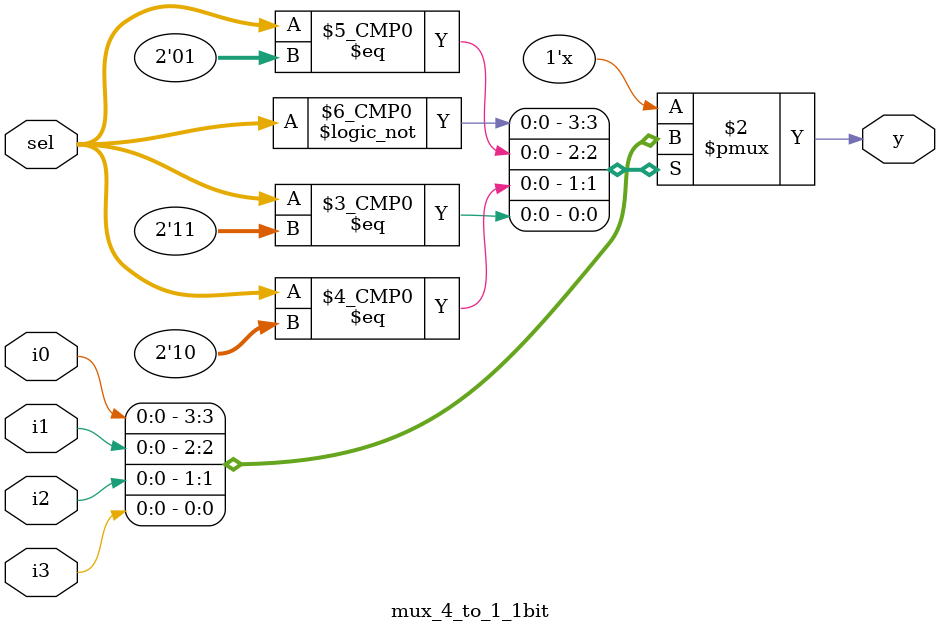
<source format=v>
module mux_4_to_1_1bit (i0, i1,i2,i3, sel, y);
	input i0, i1,i2,i3;
	input [1:0]sel;
	output y;
	reg y ;
	always @(i0,i1,i2,i3,sel)begin
		case(sel)
			2'b00 : y = i0;
			2'b01 : y = i1;
			2'b10 : y = i2;
			2'b11 : y = i3;
		endcase
	end
endmodule

</source>
